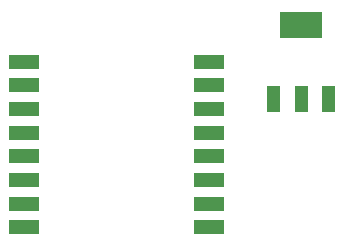
<source format=gtp>
G04 Layer: TopPasteMaskLayer*
G04 EasyEDA v6.4.23, 2021-09-04T13:09:10+03:00*
G04 0f8cf0c998764ff9a69fd8a390fcb069,e35e2ce9ff7a437f96666ecb9555ba6e,10*
G04 Gerber Generator version 0.2*
G04 Scale: 100 percent, Rotated: No, Reflected: No *
G04 Dimensions in millimeters *
G04 leading zeros omitted , absolute positions ,4 integer and 5 decimal *
%FSLAX45Y45*%
%MOMM*%

%ADD12R,2.6000X1.2000*%

%LPD*%
D12*
G01*
X3058655Y2500414D03*
G01*
X3058655Y2700413D03*
G01*
X3058655Y2900413D03*
G01*
X3058655Y3100412D03*
G01*
X3058655Y3300412D03*
G01*
X3058655Y3500412D03*
G01*
X3058655Y3700411D03*
G01*
X3058655Y3900411D03*
G01*
X1488452Y3900411D03*
G01*
X1488452Y3700411D03*
G01*
X1488452Y3500412D03*
G01*
X1488452Y3300412D03*
G01*
X1488452Y3100412D03*
G01*
X1488452Y2900413D03*
G01*
X1488452Y2700413D03*
G01*
X1487944Y2500414D03*
G36*
X3660399Y4318779D02*
G01*
X4010400Y4318779D01*
X4010400Y4098780D01*
X3660399Y4098780D01*
G37*
G36*
X4010400Y3699019D02*
G01*
X4120400Y3699019D01*
X4120400Y3479020D01*
X4010400Y3479020D01*
G37*
G36*
X3780398Y3699019D02*
G01*
X3890401Y3699019D01*
X3890401Y3479020D01*
X3780398Y3479020D01*
G37*
G36*
X3550399Y3699019D02*
G01*
X3660399Y3699019D01*
X3660399Y3479020D01*
X3550399Y3479020D01*
G37*
M02*

</source>
